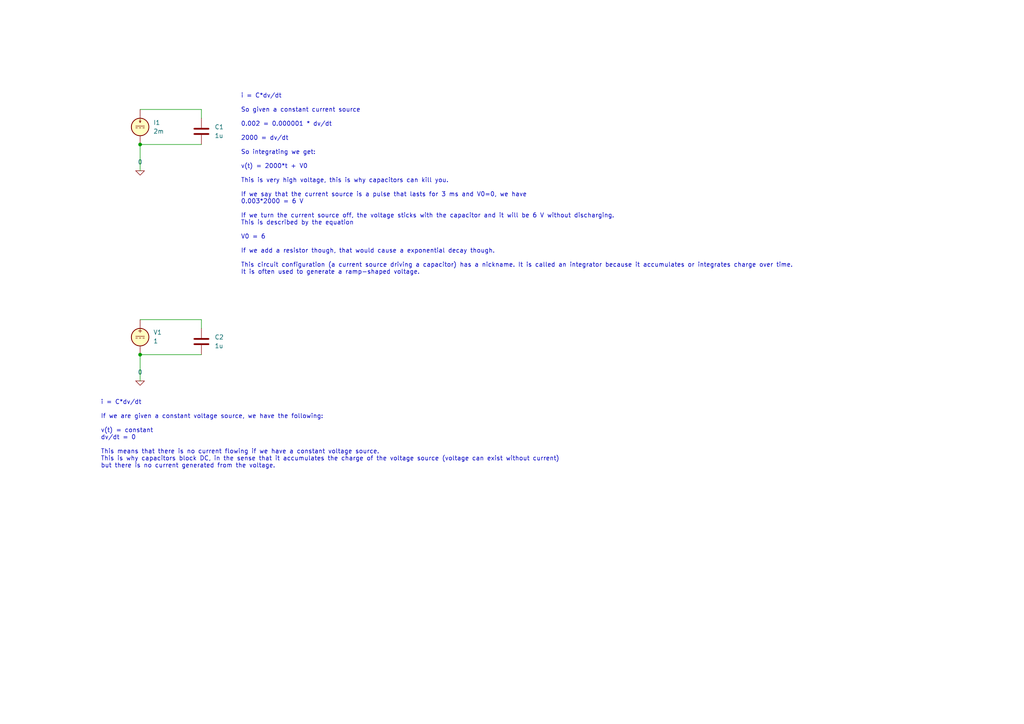
<source format=kicad_sch>
(kicad_sch (version 20230121) (generator eeschema)
  (paper "A4")
  (lib_symbols
    (symbol "Device:C" (pin_numbers hide) (pin_names (offset 0.254))
      (property "Reference" "C" (at 0.635 2.54 0))
      (property "Value" "C" (at 0.635 -2.54 0))
      (symbol "C_0_1"
        (polyline (pts (xy -2.032 -0.762) (xy 2.032 -0.762)) (stroke (width 0.508)))
        (polyline (pts (xy -2.032 0.762) (xy 2.032 0.762)) (stroke (width 0.508)))
      )
      (symbol "C_1_1"
        (pin passive line (at 0 3.81 270) (length 2.794) (name "~") (number "1"))
        (pin passive line (at 0 -3.81 90) (length 2.794) (name "~") (number "2"))
      )
    )
    (symbol "Simulation_SPICE:0" (power) (pin_names (offset 0))
      (property "Value" "0" (at 0 -1.778 0))
      (symbol "0_0_1"
        (polyline (pts (xy -1.27 0) (xy 0 -1.27) (xy 1.27 0) (xy -1.27 0)))
      )
      (symbol "0_1_1"
        (pin power_in line (at 0 0 0) (length 0) hide (name "0") (number "1"))
      )
    )
    (symbol "Simulation_SPICE:IDC" (pin_numbers hide) (pin_names (offset 0.0254))
      (property "Reference" "I" (at 2.54 2.54 0))
      (property "Value" "1" (at 2.54 0 0))
      (symbol "IDC_0_0"
        (polyline (pts (xy -1.27 0.254) (xy 1.27 0.254)))
        (polyline (pts (xy -0.762 -0.254) (xy -1.27 -0.254)))
        (polyline (pts (xy 0.254 -0.254) (xy -0.254 -0.254)))
        (polyline (pts (xy 1.27 -0.254) (xy 0.762 -0.254)))
      )
      (symbol "IDC_0_1"
        (polyline (pts (xy 0 1.27) (xy 0 2.286)))
        (polyline (pts (xy -0.254 1.778) (xy 0 1.27) (xy 0.254 1.778)))
        (circle (center 0 0) (radius 2.54) (stroke (width 0.254)) (fill (type background)))
      )
      (symbol "IDC_1_1"
        (pin passive line (at 0 5.08 270) (length 2.54) (name "~") (number "1"))
        (pin passive line (at 0 -5.08 90) (length 2.54) (name "~") (number "2"))
      )
    )
    (symbol "Simulation_SPICE:VDC" (pin_numbers hide) (pin_names (offset 0.0254))
      (property "Reference" "V" (at 2.54 2.54 0))
      (property "Value" "1" (at 2.54 0 0))
      (symbol "VDC_0_0"
        (polyline (pts (xy -1.27 0.254) (xy 1.27 0.254)))
        (polyline (pts (xy -0.762 -0.254) (xy -1.27 -0.254)))
        (polyline (pts (xy 0.254 -0.254) (xy -0.254 -0.254)))
        (polyline (pts (xy 1.27 -0.254) (xy 0.762 -0.254)))
        (text "+" (at 0 1.905 0) (effects (font (size 1.27 1.27))))
      )
      (symbol "VDC_0_1"
        (circle (center 0 0) (radius 2.54) (stroke (width 0.254)) (fill (type background)))
      )
      (symbol "VDC_1_1"
        (pin passive line (at 0 5.08 270) (length 2.54) (name "~") (number "1"))
        (pin passive line (at 0 -5.08 90) (length 2.54) (name "~") (number "2"))
      )
    )
  )
  (junction (at 40.64 41.91))
  (junction (at 40.64 102.87))
  (wire (pts (xy 40.64 41.91) (xy 58.42 41.91)))
  (wire (pts (xy 40.64 102.87) (xy 58.42 102.87)))
  (wire (pts (xy 58.42 34.29) (xy 58.42 31.75)))
  (wire (pts (xy 58.42 31.75) (xy 40.64 31.75)))
  (wire (pts (xy 58.42 92.71) (xy 40.64 92.71)))
  (wire (pts (xy 58.42 95.25) (xy 58.42 92.71)))
  (wire (pts (xy 40.64 41.91) (xy 40.64 49.53)))
  (wire (pts (xy 40.64 102.87) (xy 40.64 110.49)))
  (text "i = C*dv/dt\n\nIf we are given a constant voltage source, we have the following:\n\nv(t) = constant\ndv/dt = 0\n\nThis means that there is no current flowing if we have a constant voltage source.\nThis is why capacitors block DC, in the sense that it accumulates the charge of the voltage source (voltage can exist without current)\nbut there is no current generated from the voltage.\n" (at 29.21 135.89 0) (effects (font (size 1.27 1.27)) (justify left bottom)))
  (text "i = C*dv/dt\n\nSo given a constant current source\n\n0.002 = 0.000001 * dv/dt\n\n2000 = dv/dt\n\nSo integrating we get:\n\nv(t) = 2000*t + V0\n\nThis is very high voltage, this is why capacitors can kill you.\n\nIf we say that the current source is a pulse that lasts for 3 ms and V0=0, we have\n0.003*2000 = 6 V\n\nIf we turn the current source off, the voltage sticks with the capacitor and it will be 6 V without discharging.\nThis is described by the equation\n\nV0 = 6\n\nIf we add a resistor though, that would cause a exponential decay though.\n\nThis circuit configuration (a current source driving a capacitor) has a nickname. It is called an integrator because it accumulates or integrates charge over time.\nIt is often used to generate a ramp-shaped voltage.\n\n\n" (at 69.85 83.82 0) (effects (font (size 1.27 1.27)) (justify left bottom)))
  (symbol (lib_id "Simulation_SPICE:0") (at 40.64 49.53 0) (unit 1)
    (property "Reference" "#GND01" (effects hide))
    (property "Value" "0" (at 40.64 46.99 0))
  )
  (symbol (lib_id "Simulation_SPICE:VDC") (at 40.64 97.79 0) (unit 1)
    (property "Reference" "V1" (at 44.45 96.3902 0) (effects (justify left)))
    (property "Value" "1" (at 44.45 98.9302 0) (effects (justify left)))
    (property "Sim.Pins" "1=+ 2=-" (effects hide))
    (property "Sim.Type" "DC" (effects hide))
    (property "Sim.Device" "V" (effects hide))
  )
  (symbol (lib_id "Simulation_SPICE:0") (at 40.64 110.49 0) (unit 1)
    (property "Reference" "#GND02" (effects hide))
    (property "Value" "0" (at 40.64 107.95 0))
  )
  (symbol (lib_id "Simulation_SPICE:IDC") (at 40.64 36.83 0) (unit 1)
    (property "Reference" "I1" (at 44.45 35.56 0) (effects (justify left)))
    (property "Value" "2m" (at 44.45 38.1 0) (effects (justify left)))
    (property "Sim.Pins" "1=+ 2=-" (effects hide))
    (property "Sim.Type" "DC" (effects hide))
    (property "Sim.Device" "I" (effects hide))
  )
  (symbol (lib_id "Device:C") (at 58.42 99.06 0) (unit 1)
    (property "Reference" "C2" (at 62.23 97.79 0) (effects (justify left)))
    (property "Value" "1u" (at 62.23 100.33 0) (effects (justify left)))
  )
  (symbol (lib_id "Device:C") (at 58.42 38.1 0) (unit 1)
    (property "Reference" "C1" (at 62.23 36.83 0) (effects (justify left)))
    (property "Value" "1u" (at 62.23 39.37 0) (effects (justify left)))
  )
)
</source>
